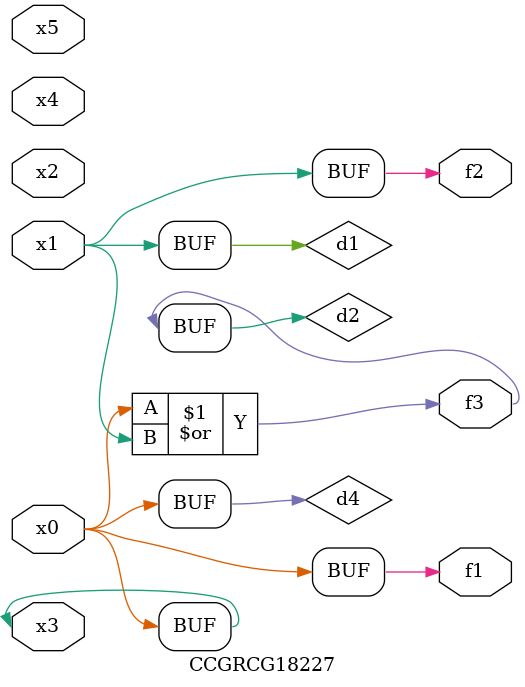
<source format=v>
module CCGRCG18227(
	input x0, x1, x2, x3, x4, x5,
	output f1, f2, f3
);

	wire d1, d2, d3, d4;

	and (d1, x1);
	or (d2, x0, x1);
	nand (d3, x0, x5);
	buf (d4, x0, x3);
	assign f1 = d4;
	assign f2 = d1;
	assign f3 = d2;
endmodule

</source>
